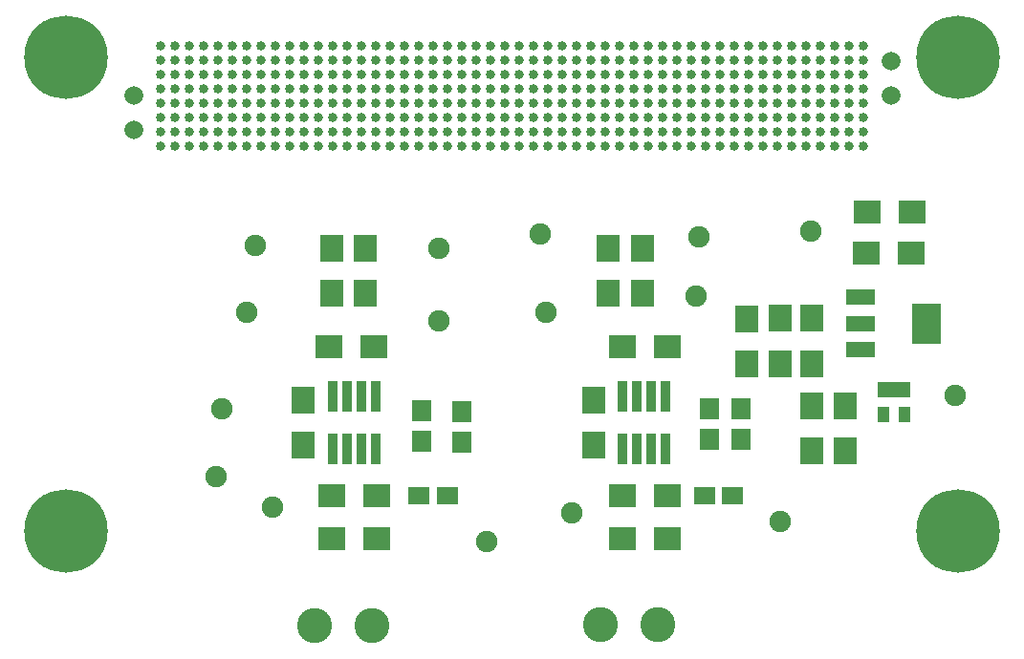
<source format=gbr>
G04 #@! TF.FileFunction,Soldermask,Top*
%FSLAX46Y46*%
G04 Gerber Fmt 4.6, Leading zero omitted, Abs format (unit mm)*
G04 Created by KiCad (PCBNEW 4.0.7) date Sat Jan 13 00:04:00 2018*
%MOMM*%
%LPD*%
G01*
G04 APERTURE LIST*
%ADD10C,0.100000*%
%ADD11C,7.400000*%
%ADD12C,0.840000*%
%ADD13C,1.670000*%
%ADD14R,2.100000X2.400000*%
%ADD15R,0.900000X2.788000*%
%ADD16R,2.400000X2.100000*%
%ADD17R,2.400000X2.000000*%
%ADD18R,2.000000X2.400000*%
%ADD19R,1.900000X1.650000*%
%ADD20C,3.100000*%
%ADD21R,1.700000X1.900000*%
%ADD22R,1.050000X1.460000*%
%ADD23C,1.900000*%
%ADD24R,2.550000X1.350000*%
%ADD25R,2.550000X3.650000*%
G04 APERTURE END LIST*
D10*
D11*
X139500000Y-138600000D03*
X60500000Y-138600000D03*
X139500000Y-96600000D03*
D12*
X68885000Y-95555000D03*
X70155000Y-95555000D03*
X71425000Y-95555000D03*
X72695000Y-95555000D03*
X73965000Y-95555000D03*
X75235000Y-95555000D03*
X76505000Y-95555000D03*
X77775000Y-95555000D03*
X79045000Y-95555000D03*
X80315000Y-95555000D03*
X81585000Y-95555000D03*
X82855000Y-95555000D03*
X84125000Y-95555000D03*
X85395000Y-95555000D03*
X86665000Y-95555000D03*
X87935000Y-95555000D03*
X89205000Y-95555000D03*
X90475000Y-95555000D03*
X91745000Y-95555000D03*
X93015000Y-95555000D03*
X94285000Y-95555000D03*
X95555000Y-95555000D03*
X96825000Y-95555000D03*
X98095000Y-95555000D03*
X99365000Y-95555000D03*
X100635000Y-95555000D03*
X101905000Y-95555000D03*
X103175000Y-95555000D03*
X104445000Y-95555000D03*
X105715000Y-95555000D03*
X106985000Y-95555000D03*
X108255000Y-95555000D03*
X109525000Y-95555000D03*
X110795000Y-95555000D03*
X112065000Y-95555000D03*
X113335000Y-95555000D03*
X114605000Y-95555000D03*
X115875000Y-95555000D03*
X117145000Y-95555000D03*
X118415000Y-95555000D03*
X119685000Y-95555000D03*
X120955000Y-95555000D03*
X122225000Y-95555000D03*
X123495000Y-95555000D03*
X124765000Y-95555000D03*
X126035000Y-95555000D03*
X127305000Y-95555000D03*
X128575000Y-95555000D03*
X129845000Y-95555000D03*
X131115000Y-95555000D03*
X68885000Y-96825000D03*
X70155000Y-96825000D03*
X71425000Y-96825000D03*
X72695000Y-96825000D03*
X73965000Y-96825000D03*
X75235000Y-96825000D03*
X76505000Y-96825000D03*
X77775000Y-96825000D03*
X79045000Y-96825000D03*
X80315000Y-96825000D03*
X81585000Y-96825000D03*
X82855000Y-96825000D03*
X84125000Y-96825000D03*
X85395000Y-96825000D03*
X86665000Y-96825000D03*
X87935000Y-96825000D03*
X89205000Y-96825000D03*
X90475000Y-96825000D03*
X91745000Y-96825000D03*
X93015000Y-96825000D03*
X94285000Y-96825000D03*
X95555000Y-96825000D03*
X96825000Y-96825000D03*
X98095000Y-96825000D03*
X99365000Y-96825000D03*
X100635000Y-96825000D03*
X101905000Y-96825000D03*
X103175000Y-96825000D03*
X104445000Y-96825000D03*
X105715000Y-96825000D03*
X106985000Y-96825000D03*
X108255000Y-96825000D03*
X109525000Y-96825000D03*
X110795000Y-96825000D03*
X112065000Y-96825000D03*
X113335000Y-96825000D03*
X114605000Y-96825000D03*
X115875000Y-96825000D03*
X117145000Y-96825000D03*
X118415000Y-96825000D03*
X119685000Y-96825000D03*
X120955000Y-96825000D03*
X122225000Y-96825000D03*
X123495000Y-96825000D03*
X124765000Y-96825000D03*
X126035000Y-96825000D03*
X127305000Y-96825000D03*
X128575000Y-96825000D03*
X129845000Y-96825000D03*
X131115000Y-96825000D03*
X68885000Y-98095000D03*
X70155000Y-98095000D03*
X71425000Y-98095000D03*
X72695000Y-98095000D03*
X73965000Y-98095000D03*
X75235000Y-98095000D03*
X76505000Y-98095000D03*
X77775000Y-98095000D03*
X79045000Y-98095000D03*
X80315000Y-98095000D03*
X81585000Y-98095000D03*
X82855000Y-98095000D03*
X84125000Y-98095000D03*
X85395000Y-98095000D03*
X86665000Y-98095000D03*
X87935000Y-98095000D03*
X89205000Y-98095000D03*
X90475000Y-98095000D03*
X91745000Y-98095000D03*
X93015000Y-98095000D03*
X94285000Y-98095000D03*
X95555000Y-98095000D03*
X96825000Y-98095000D03*
X98095000Y-98095000D03*
X99365000Y-98095000D03*
X100635000Y-98095000D03*
X101905000Y-98095000D03*
X103175000Y-98095000D03*
X104445000Y-98095000D03*
X105715000Y-98095000D03*
X106985000Y-98095000D03*
X108255000Y-98095000D03*
X109525000Y-98095000D03*
X110795000Y-98095000D03*
X112065000Y-98095000D03*
X113335000Y-98095000D03*
X114605000Y-98095000D03*
X115875000Y-98095000D03*
X117145000Y-98095000D03*
X118415000Y-98095000D03*
X119685000Y-98095000D03*
X120955000Y-98095000D03*
X122225000Y-98095000D03*
X123495000Y-98095000D03*
X124765000Y-98095000D03*
X126035000Y-98095000D03*
X127305000Y-98095000D03*
X128575000Y-98095000D03*
X129845000Y-98095000D03*
X131115000Y-98095000D03*
X68885000Y-99365000D03*
X70155000Y-99365000D03*
X71425000Y-99365000D03*
X72695000Y-99365000D03*
X73965000Y-99365000D03*
X75235000Y-99365000D03*
X76505000Y-99365000D03*
X77775000Y-99365000D03*
X79045000Y-99365000D03*
X80315000Y-99365000D03*
X81585000Y-99365000D03*
X82855000Y-99365000D03*
X84125000Y-99365000D03*
X85395000Y-99365000D03*
X86665000Y-99365000D03*
X87935000Y-99365000D03*
X89205000Y-99365000D03*
X90475000Y-99365000D03*
X91745000Y-99365000D03*
X93015000Y-99365000D03*
X94285000Y-99365000D03*
X95555000Y-99365000D03*
X96825000Y-99365000D03*
X98095000Y-99365000D03*
X99365000Y-99365000D03*
X100635000Y-99365000D03*
X101905000Y-99365000D03*
X103175000Y-99365000D03*
X104445000Y-99365000D03*
X105715000Y-99365000D03*
X106985000Y-99365000D03*
X108255000Y-99365000D03*
X109525000Y-99365000D03*
X110795000Y-99365000D03*
X112065000Y-99365000D03*
X113335000Y-99365000D03*
X114605000Y-99365000D03*
X115875000Y-99365000D03*
X117145000Y-99365000D03*
X118415000Y-99365000D03*
X119685000Y-99365000D03*
X120955000Y-99365000D03*
X122225000Y-99365000D03*
X123495000Y-99365000D03*
X124765000Y-99365000D03*
X126035000Y-99365000D03*
X127305000Y-99365000D03*
X128575000Y-99365000D03*
X129845000Y-99365000D03*
X131115000Y-99365000D03*
X68885000Y-100635000D03*
X70155000Y-100635000D03*
X71425000Y-100635000D03*
X72695000Y-100635000D03*
X73965000Y-100635000D03*
X75235000Y-100635000D03*
X76505000Y-100635000D03*
X77775000Y-100635000D03*
X79045000Y-100635000D03*
X80315000Y-100635000D03*
X81585000Y-100635000D03*
X82855000Y-100635000D03*
X84125000Y-100635000D03*
X85395000Y-100635000D03*
X86665000Y-100635000D03*
X87935000Y-100635000D03*
X89205000Y-100635000D03*
X90475000Y-100635000D03*
X91745000Y-100635000D03*
X93015000Y-100635000D03*
X94285000Y-100635000D03*
X95555000Y-100635000D03*
X96825000Y-100635000D03*
X98095000Y-100635000D03*
X99365000Y-100635000D03*
X100635000Y-100635000D03*
X101905000Y-100635000D03*
X103175000Y-100635000D03*
X104445000Y-100635000D03*
X105715000Y-100635000D03*
X106985000Y-100635000D03*
X108255000Y-100635000D03*
X109525000Y-100635000D03*
X110795000Y-100635000D03*
X112065000Y-100635000D03*
X113335000Y-100635000D03*
X114605000Y-100635000D03*
X115875000Y-100635000D03*
X117145000Y-100635000D03*
X118415000Y-100635000D03*
X119685000Y-100635000D03*
X120955000Y-100635000D03*
X122225000Y-100635000D03*
X123495000Y-100635000D03*
X124765000Y-100635000D03*
X126035000Y-100635000D03*
X127305000Y-100635000D03*
X128575000Y-100635000D03*
X129845000Y-100635000D03*
X131115000Y-100635000D03*
X68885000Y-101905000D03*
X70155000Y-101905000D03*
X71425000Y-101905000D03*
X72695000Y-101905000D03*
X73965000Y-101905000D03*
X75235000Y-101905000D03*
X76505000Y-101905000D03*
X77775000Y-101905000D03*
X79045000Y-101905000D03*
X80315000Y-101905000D03*
X81585000Y-101905000D03*
X82855000Y-101905000D03*
X84125000Y-101905000D03*
X85395000Y-101905000D03*
X86665000Y-101905000D03*
X87935000Y-101905000D03*
X89205000Y-101905000D03*
X90475000Y-101905000D03*
X91745000Y-101905000D03*
X93015000Y-101905000D03*
X94285000Y-101905000D03*
X95555000Y-101905000D03*
X96825000Y-101905000D03*
X98095000Y-101905000D03*
X99365000Y-101905000D03*
X100635000Y-101905000D03*
X101905000Y-101905000D03*
X103175000Y-101905000D03*
X104445000Y-101905000D03*
X105715000Y-101905000D03*
X106985000Y-101905000D03*
X108255000Y-101905000D03*
X109525000Y-101905000D03*
X110795000Y-101905000D03*
X112065000Y-101905000D03*
X113335000Y-101905000D03*
X114605000Y-101905000D03*
X115875000Y-101905000D03*
X117145000Y-101905000D03*
X118415000Y-101905000D03*
X119685000Y-101905000D03*
X120955000Y-101905000D03*
X122225000Y-101905000D03*
X123495000Y-101905000D03*
X124765000Y-101905000D03*
X126035000Y-101905000D03*
X127305000Y-101905000D03*
X128575000Y-101905000D03*
X129845000Y-101905000D03*
X131115000Y-101905000D03*
X68885000Y-103175000D03*
X70155000Y-103175000D03*
X71425000Y-103175000D03*
X72695000Y-103175000D03*
X73965000Y-103175000D03*
X75235000Y-103175000D03*
X76505000Y-103175000D03*
X77775000Y-103175000D03*
X79045000Y-103175000D03*
X80315000Y-103175000D03*
X81585000Y-103175000D03*
X82855000Y-103175000D03*
X84125000Y-103175000D03*
X85395000Y-103175000D03*
X86665000Y-103175000D03*
X87935000Y-103175000D03*
X89205000Y-103175000D03*
X90475000Y-103175000D03*
X91745000Y-103175000D03*
X93015000Y-103175000D03*
X94285000Y-103175000D03*
X95555000Y-103175000D03*
X96825000Y-103175000D03*
X98095000Y-103175000D03*
X99365000Y-103175000D03*
X100635000Y-103175000D03*
X101905000Y-103175000D03*
X103175000Y-103175000D03*
X104445000Y-103175000D03*
X105715000Y-103175000D03*
X106985000Y-103175000D03*
X108255000Y-103175000D03*
X109525000Y-103175000D03*
X110795000Y-103175000D03*
X112065000Y-103175000D03*
X113335000Y-103175000D03*
X114605000Y-103175000D03*
X115875000Y-103175000D03*
X117145000Y-103175000D03*
X118415000Y-103175000D03*
X119685000Y-103175000D03*
X120955000Y-103175000D03*
X122225000Y-103175000D03*
X123495000Y-103175000D03*
X124765000Y-103175000D03*
X126035000Y-103175000D03*
X127305000Y-103175000D03*
X128575000Y-103175000D03*
X129845000Y-103175000D03*
X131115000Y-103175000D03*
X68885000Y-104445000D03*
X70155000Y-104445000D03*
X71425000Y-104445000D03*
X72695000Y-104445000D03*
X73965000Y-104445000D03*
X75235000Y-104445000D03*
X76505000Y-104445000D03*
X77775000Y-104445000D03*
X79045000Y-104445000D03*
X80315000Y-104445000D03*
X81585000Y-104445000D03*
X82855000Y-104445000D03*
X84125000Y-104445000D03*
X85395000Y-104445000D03*
X86665000Y-104445000D03*
X87935000Y-104445000D03*
X89205000Y-104445000D03*
X90475000Y-104445000D03*
X91745000Y-104445000D03*
X93015000Y-104445000D03*
X94285000Y-104445000D03*
X95555000Y-104445000D03*
X96825000Y-104445000D03*
X98095000Y-104445000D03*
X99365000Y-104445000D03*
X100635000Y-104445000D03*
X101905000Y-104445000D03*
X103175000Y-104445000D03*
X104445000Y-104445000D03*
X105715000Y-104445000D03*
X106985000Y-104445000D03*
X108255000Y-104445000D03*
X109525000Y-104445000D03*
X110795000Y-104445000D03*
X112065000Y-104445000D03*
X113335000Y-104445000D03*
X114605000Y-104445000D03*
X115875000Y-104445000D03*
X117145000Y-104445000D03*
X118415000Y-104445000D03*
X119685000Y-104445000D03*
X120955000Y-104445000D03*
X122225000Y-104445000D03*
X123495000Y-104445000D03*
X124765000Y-104445000D03*
X126035000Y-104445000D03*
X127305000Y-104445000D03*
X128575000Y-104445000D03*
X129845000Y-104445000D03*
X131115000Y-104445000D03*
D13*
X66459000Y-103050000D03*
X133539000Y-100000000D03*
X66459000Y-100000000D03*
X133539000Y-96950000D03*
D14*
X84000000Y-113500000D03*
X84000000Y-117500000D03*
D15*
X86635000Y-131324000D03*
X85365000Y-131324000D03*
X85365000Y-126676000D03*
X86635000Y-126676000D03*
X87905000Y-126676000D03*
X84095000Y-126676000D03*
X84095000Y-131324000D03*
X87905000Y-131324000D03*
D16*
X88000000Y-135500000D03*
X84000000Y-135500000D03*
D17*
X131318500Y-113985040D03*
X135318500Y-113985040D03*
D18*
X126500000Y-131500000D03*
X126500000Y-127500000D03*
X129500000Y-131500000D03*
X129500000Y-127500000D03*
X123750000Y-123750000D03*
X123750000Y-119750000D03*
X120750000Y-123774200D03*
X120750000Y-119774200D03*
X126500000Y-123750000D03*
X126500000Y-119750000D03*
D19*
X91750000Y-135500000D03*
X94250000Y-135500000D03*
X117000000Y-135500000D03*
X119500000Y-135500000D03*
D20*
X87540000Y-147000000D03*
X82460000Y-147000000D03*
X112850000Y-146900000D03*
X107770000Y-146900000D03*
D16*
X135413500Y-110332520D03*
X131413500Y-110332520D03*
D21*
X92000000Y-127900000D03*
X92000000Y-130600000D03*
D14*
X87000000Y-113500000D03*
X87000000Y-117500000D03*
D16*
X88000000Y-139250000D03*
X84000000Y-139250000D03*
D21*
X95500000Y-130750000D03*
X95500000Y-128050000D03*
X117500000Y-127750000D03*
X117500000Y-130450000D03*
D14*
X111500000Y-113500000D03*
X111500000Y-117500000D03*
X108500000Y-113500000D03*
X108500000Y-117500000D03*
D16*
X113750000Y-139250000D03*
X109750000Y-139250000D03*
D21*
X120250000Y-130450000D03*
X120250000Y-127750000D03*
D16*
X113750000Y-135500000D03*
X109750000Y-135500000D03*
D22*
X134750000Y-126050000D03*
X133800000Y-126050000D03*
X132850000Y-126050000D03*
X132850000Y-128250000D03*
X134750000Y-128250000D03*
D15*
X112334860Y-131282900D03*
X111064860Y-131282900D03*
X111064860Y-126634900D03*
X112334860Y-126634900D03*
X113604860Y-126634900D03*
X109794860Y-126634900D03*
X109794860Y-131282900D03*
X113604860Y-131282900D03*
D11*
X60500000Y-96600000D03*
D23*
X139200000Y-126600000D03*
X126450000Y-112050000D03*
X74250000Y-127750000D03*
X73750000Y-133750000D03*
X97750000Y-139500000D03*
X93500000Y-113500000D03*
X93500000Y-120000000D03*
X76500000Y-119250000D03*
X77250000Y-113250000D03*
X78750000Y-136500000D03*
X123750000Y-137750000D03*
X116500000Y-112500000D03*
X116250000Y-117750000D03*
X103000000Y-119250000D03*
X102500000Y-112250000D03*
X105250000Y-137000000D03*
D24*
X130846240Y-117885180D03*
X130846240Y-120185180D03*
X130846240Y-122485180D03*
D25*
X136646240Y-120185180D03*
D17*
X83750000Y-122250000D03*
X87750000Y-122250000D03*
D18*
X81500000Y-131000000D03*
X81500000Y-127000000D03*
D17*
X109750000Y-122250000D03*
X113750000Y-122250000D03*
D18*
X107250000Y-131000000D03*
X107250000Y-127000000D03*
M02*

</source>
